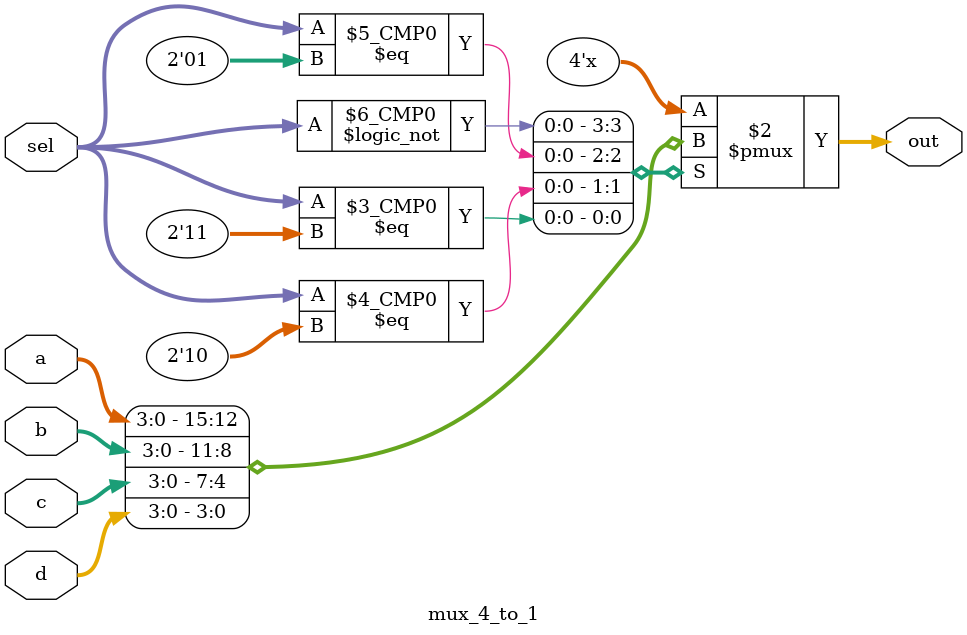
<source format=v>
module mux_4_to_1 (
    input [3:0] a, b, c, d,
    input [1:0] sel,
    output reg [3:0] out
);

always @(*) begin
    case(sel)
        2'b00: out = a;
        2'b01: out = b;
        2'b10: out = c;
        2'b11: out = d;
        default: out = 4'b0000;
    endcase
end

endmodule

</source>
